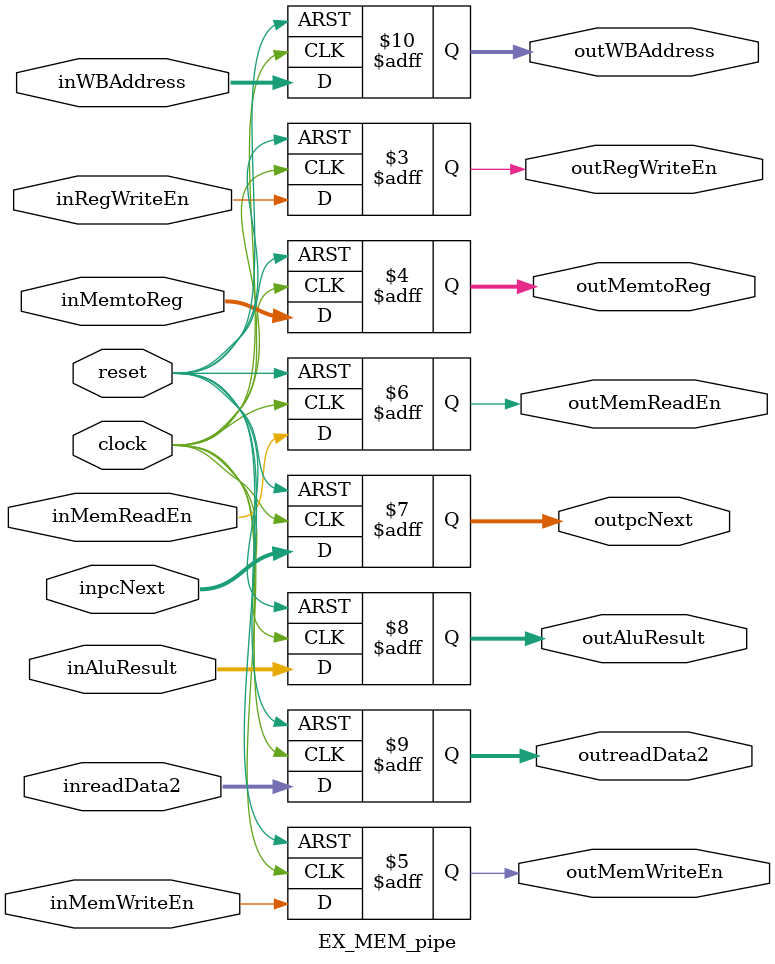
<source format=v>


module EX_MEM_pipe (inRegWriteEn, inMemtoReg, inMemWriteEn, inMemReadEn, inpcNext, inAluResult,inreadData2,inWBAddress,
					outRegWriteEn, outMemtoReg, outMemWriteEn, outMemReadEn, outpcNext, outAluResult,outreadData2,outWBAddress,
					clock, reset);
					
	// clock and reset
	input clock, reset;

	// Writeback 
	input wire inRegWriteEn;
	input wire [1:0] inMemtoReg;
	
	// memory
	input wire inMemWriteEn;
	input wire inMemReadEn;
	
	input wire [31:0] inpcNext;
	
	input wire [31:0] inAluResult;
	input wire [31:0] inreadData2;
	input wire [4 :0] inWBAddress;
	

	

	// Writeback 
	output reg outRegWriteEn;
	output reg [1:0] outMemtoReg;
	
	// memory
	output reg outMemWriteEn;
	output reg outMemReadEn;
	
	output reg [31:0] outpcNext;
	
	output reg [31:0] outAluResult;
	output reg [31:0] outreadData2;
	output reg [4 :0] outWBAddress;
	
	always @ (posedge clock or negedge reset)
	begin
		if(!reset)
		begin
			outRegWriteEn <= 1'b0;
			outMemtoReg   <= 2'b0;
			outMemWriteEn <= 1'b0;
			outMemReadEn  <= 1'b0;
			outpcNext 	  <= 32'b0;
			outreadData2  <= 5'b0;
			outAluResult  <= 32'b0;
			outWBAddress  <= 5'b0;
		end
		
		else 
		begin
			outRegWriteEn <= inRegWriteEn;
			outMemtoReg   <= inMemtoReg;
			outMemWriteEn <= inMemWriteEn;
			outMemReadEn  <= inMemReadEn;
			outpcNext 	  <= inpcNext;
			outreadData2  <= inreadData2;
			outAluResult  <= inAluResult;
			outWBAddress  <= inWBAddress;
		end
		
	end
	
endmodule 
</source>
